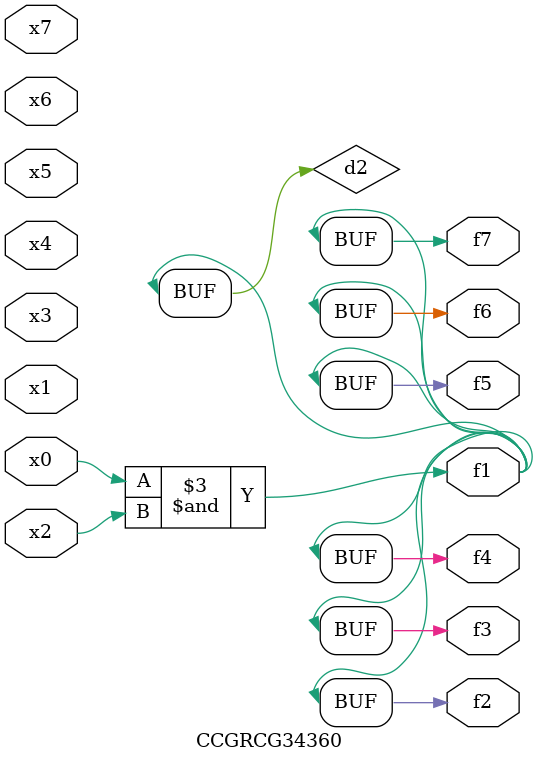
<source format=v>
module CCGRCG34360(
	input x0, x1, x2, x3, x4, x5, x6, x7,
	output f1, f2, f3, f4, f5, f6, f7
);

	wire d1, d2;

	nor (d1, x3, x6);
	and (d2, x0, x2);
	assign f1 = d2;
	assign f2 = d2;
	assign f3 = d2;
	assign f4 = d2;
	assign f5 = d2;
	assign f6 = d2;
	assign f7 = d2;
endmodule

</source>
